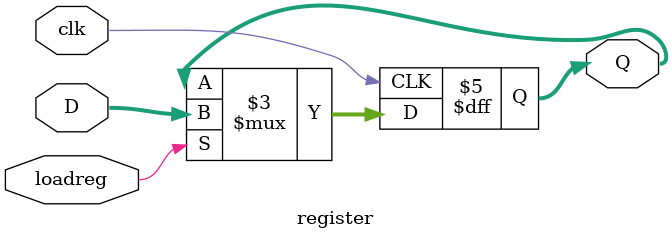
<source format=v>
`timescale 1ns / 1ps

module bin2bcd32(
    input wire [31:0] value,
    output wire [3:0] dig0,
    output wire [3:0] dig1,
    output wire [3:0] dig2,
    output wire [3:0] dig3,
    output wire [3:0] dig4,
    output wire [3:0] dig5,
    output wire [3:0] dig6,
    output wire [3:0] dig7
    );

    assign dig0 = value % 10;
    assign dig1 = (value / 10) % 10;
    assign dig2 = (value / 100) % 10;
    assign dig3 = (value / 1000) % 10;
    assign dig4 = (value / 10000) % 10;
    assign dig5 = (value / 100000) % 10;
    assign dig6 = (value / 1000000) % 10;
    assign dig7 = (value / 10000000) % 10;

endmodule

// Multiplier module, default bus width: 32 bits
module multiplier #(parameter width = 32)(
    // Two data inputs
    input wire [width - 1:0] A, B,

    // Multiplier data output
    output wire [width - 1:0] out
    );

    assign out = A * B;

endmodule

// // Simple 2-input multiplexor, default bus width: 32 bits
// module mux2 #(parameter width = 32)(
//     // Two data inputs
//     input wire [width - 1:0] A, B,

//     // Select line input
//     input wire select,

//     // Data output
//     output wire [width - 1:0] out
//     );

//     assign out = (select) ? B : A;

// endmodule

// Counter module with load and enable
module cnt_down #(parameter width = 32)(
    // Control signal inputs
    input wire load, enable, clk,
    // Data input
    input wire [width - 1:0] D,

    // Data output
    output reg [width - 1:0] Q
    );

    // Assign output to internal register
    always@(posedge clk)
    begin
        // If load is enabled, load data input into internal register
        if (load) Q = D;

        // Count down if enable is enabled
        if (enable) Q = Q - 4'b0001;
    end

endmodule

// Compare module
module compare #(parameter width = 32)(
    // Two Data inputs
    input wire [width - 1:0] A, B,

    // Data output
    output wire out
    );

    assign out = A > B ? 1 : 0;

endmodule

// register module
module register #(parameter width = 32)(
    input wire [width - 1:0] D,
    input wire loadreg, clk,
    output reg [width - 1:0] Q
    );

    always@(posedge clk)
    begin
        if (loadreg) Q = D;
    end

endmodule

</source>
